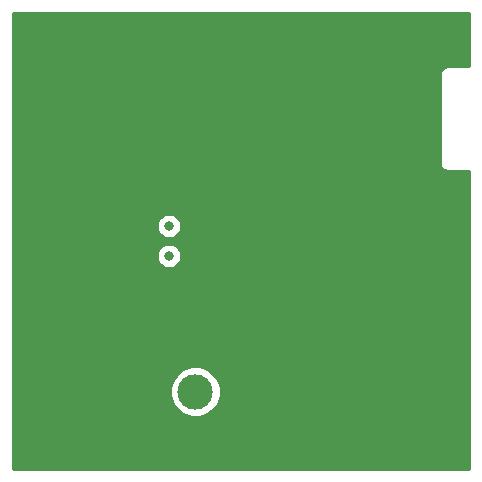
<source format=gbr>
G04 #@! TF.GenerationSoftware,KiCad,Pcbnew,(5.1.4)-1*
G04 #@! TF.CreationDate,2019-10-10T18:56:39+02:00*
G04 #@! TF.ProjectId,SideLeft,53696465-4c65-4667-942e-6b696361645f,rev?*
G04 #@! TF.SameCoordinates,Original*
G04 #@! TF.FileFunction,Copper,L2,Bot*
G04 #@! TF.FilePolarity,Positive*
%FSLAX46Y46*%
G04 Gerber Fmt 4.6, Leading zero omitted, Abs format (unit mm)*
G04 Created by KiCad (PCBNEW (5.1.4)-1) date 2019-10-10 18:56:39*
%MOMM*%
%LPD*%
G04 APERTURE LIST*
%ADD10C,3.000000*%
%ADD11C,0.800000*%
%ADD12C,0.300000*%
%ADD13C,0.254000*%
G04 APERTURE END LIST*
D10*
X191120000Y-107770000D03*
D11*
X188890000Y-93740000D03*
X188890000Y-96260000D03*
X177450000Y-76200000D03*
X177450000Y-113800000D03*
X211300000Y-76200000D03*
X213800000Y-78700000D03*
X211300000Y-113800000D03*
X213800000Y-111300000D03*
D12*
X213800000Y-78700000D02*
X211370000Y-78700000D01*
X211300000Y-113800000D02*
X211300000Y-111430000D01*
D13*
G36*
X214315001Y-80215000D02*
G01*
X212533647Y-80215000D01*
X212500000Y-80211686D01*
X212466353Y-80215000D01*
X212365717Y-80224912D01*
X212236594Y-80264081D01*
X212117593Y-80327688D01*
X212013289Y-80413289D01*
X211927688Y-80517593D01*
X211864081Y-80636594D01*
X211824912Y-80765717D01*
X211811686Y-80900000D01*
X211815000Y-80933647D01*
X211815001Y-88366343D01*
X211811686Y-88400000D01*
X211824912Y-88534283D01*
X211864081Y-88663406D01*
X211927688Y-88782407D01*
X212013289Y-88886711D01*
X212117593Y-88972312D01*
X212236594Y-89035919D01*
X212365717Y-89075088D01*
X212466353Y-89085000D01*
X212500000Y-89088314D01*
X212533647Y-89085000D01*
X214315000Y-89085000D01*
X214315001Y-114315000D01*
X175685000Y-114315000D01*
X175685000Y-107559721D01*
X188985000Y-107559721D01*
X188985000Y-107980279D01*
X189067047Y-108392756D01*
X189227988Y-108781302D01*
X189461637Y-109130983D01*
X189759017Y-109428363D01*
X190108698Y-109662012D01*
X190497244Y-109822953D01*
X190909721Y-109905000D01*
X191330279Y-109905000D01*
X191742756Y-109822953D01*
X192131302Y-109662012D01*
X192480983Y-109428363D01*
X192778363Y-109130983D01*
X193012012Y-108781302D01*
X193172953Y-108392756D01*
X193255000Y-107980279D01*
X193255000Y-107559721D01*
X193172953Y-107147244D01*
X193012012Y-106758698D01*
X192778363Y-106409017D01*
X192480983Y-106111637D01*
X192131302Y-105877988D01*
X191742756Y-105717047D01*
X191330279Y-105635000D01*
X190909721Y-105635000D01*
X190497244Y-105717047D01*
X190108698Y-105877988D01*
X189759017Y-106111637D01*
X189461637Y-106409017D01*
X189227988Y-106758698D01*
X189067047Y-107147244D01*
X188985000Y-107559721D01*
X175685000Y-107559721D01*
X175685000Y-96158061D01*
X187855000Y-96158061D01*
X187855000Y-96361939D01*
X187894774Y-96561898D01*
X187972795Y-96750256D01*
X188086063Y-96919774D01*
X188230226Y-97063937D01*
X188399744Y-97177205D01*
X188588102Y-97255226D01*
X188788061Y-97295000D01*
X188991939Y-97295000D01*
X189191898Y-97255226D01*
X189380256Y-97177205D01*
X189549774Y-97063937D01*
X189693937Y-96919774D01*
X189807205Y-96750256D01*
X189885226Y-96561898D01*
X189925000Y-96361939D01*
X189925000Y-96158061D01*
X189885226Y-95958102D01*
X189807205Y-95769744D01*
X189693937Y-95600226D01*
X189549774Y-95456063D01*
X189380256Y-95342795D01*
X189191898Y-95264774D01*
X188991939Y-95225000D01*
X188788061Y-95225000D01*
X188588102Y-95264774D01*
X188399744Y-95342795D01*
X188230226Y-95456063D01*
X188086063Y-95600226D01*
X187972795Y-95769744D01*
X187894774Y-95958102D01*
X187855000Y-96158061D01*
X175685000Y-96158061D01*
X175685000Y-93638061D01*
X187855000Y-93638061D01*
X187855000Y-93841939D01*
X187894774Y-94041898D01*
X187972795Y-94230256D01*
X188086063Y-94399774D01*
X188230226Y-94543937D01*
X188399744Y-94657205D01*
X188588102Y-94735226D01*
X188788061Y-94775000D01*
X188991939Y-94775000D01*
X189191898Y-94735226D01*
X189380256Y-94657205D01*
X189549774Y-94543937D01*
X189693937Y-94399774D01*
X189807205Y-94230256D01*
X189885226Y-94041898D01*
X189925000Y-93841939D01*
X189925000Y-93638061D01*
X189885226Y-93438102D01*
X189807205Y-93249744D01*
X189693937Y-93080226D01*
X189549774Y-92936063D01*
X189380256Y-92822795D01*
X189191898Y-92744774D01*
X188991939Y-92705000D01*
X188788061Y-92705000D01*
X188588102Y-92744774D01*
X188399744Y-92822795D01*
X188230226Y-92936063D01*
X188086063Y-93080226D01*
X187972795Y-93249744D01*
X187894774Y-93438102D01*
X187855000Y-93638061D01*
X175685000Y-93638061D01*
X175685000Y-75685000D01*
X214315000Y-75685000D01*
X214315001Y-80215000D01*
X214315001Y-80215000D01*
G37*
X214315001Y-80215000D02*
X212533647Y-80215000D01*
X212500000Y-80211686D01*
X212466353Y-80215000D01*
X212365717Y-80224912D01*
X212236594Y-80264081D01*
X212117593Y-80327688D01*
X212013289Y-80413289D01*
X211927688Y-80517593D01*
X211864081Y-80636594D01*
X211824912Y-80765717D01*
X211811686Y-80900000D01*
X211815000Y-80933647D01*
X211815001Y-88366343D01*
X211811686Y-88400000D01*
X211824912Y-88534283D01*
X211864081Y-88663406D01*
X211927688Y-88782407D01*
X212013289Y-88886711D01*
X212117593Y-88972312D01*
X212236594Y-89035919D01*
X212365717Y-89075088D01*
X212466353Y-89085000D01*
X212500000Y-89088314D01*
X212533647Y-89085000D01*
X214315000Y-89085000D01*
X214315001Y-114315000D01*
X175685000Y-114315000D01*
X175685000Y-107559721D01*
X188985000Y-107559721D01*
X188985000Y-107980279D01*
X189067047Y-108392756D01*
X189227988Y-108781302D01*
X189461637Y-109130983D01*
X189759017Y-109428363D01*
X190108698Y-109662012D01*
X190497244Y-109822953D01*
X190909721Y-109905000D01*
X191330279Y-109905000D01*
X191742756Y-109822953D01*
X192131302Y-109662012D01*
X192480983Y-109428363D01*
X192778363Y-109130983D01*
X193012012Y-108781302D01*
X193172953Y-108392756D01*
X193255000Y-107980279D01*
X193255000Y-107559721D01*
X193172953Y-107147244D01*
X193012012Y-106758698D01*
X192778363Y-106409017D01*
X192480983Y-106111637D01*
X192131302Y-105877988D01*
X191742756Y-105717047D01*
X191330279Y-105635000D01*
X190909721Y-105635000D01*
X190497244Y-105717047D01*
X190108698Y-105877988D01*
X189759017Y-106111637D01*
X189461637Y-106409017D01*
X189227988Y-106758698D01*
X189067047Y-107147244D01*
X188985000Y-107559721D01*
X175685000Y-107559721D01*
X175685000Y-96158061D01*
X187855000Y-96158061D01*
X187855000Y-96361939D01*
X187894774Y-96561898D01*
X187972795Y-96750256D01*
X188086063Y-96919774D01*
X188230226Y-97063937D01*
X188399744Y-97177205D01*
X188588102Y-97255226D01*
X188788061Y-97295000D01*
X188991939Y-97295000D01*
X189191898Y-97255226D01*
X189380256Y-97177205D01*
X189549774Y-97063937D01*
X189693937Y-96919774D01*
X189807205Y-96750256D01*
X189885226Y-96561898D01*
X189925000Y-96361939D01*
X189925000Y-96158061D01*
X189885226Y-95958102D01*
X189807205Y-95769744D01*
X189693937Y-95600226D01*
X189549774Y-95456063D01*
X189380256Y-95342795D01*
X189191898Y-95264774D01*
X188991939Y-95225000D01*
X188788061Y-95225000D01*
X188588102Y-95264774D01*
X188399744Y-95342795D01*
X188230226Y-95456063D01*
X188086063Y-95600226D01*
X187972795Y-95769744D01*
X187894774Y-95958102D01*
X187855000Y-96158061D01*
X175685000Y-96158061D01*
X175685000Y-93638061D01*
X187855000Y-93638061D01*
X187855000Y-93841939D01*
X187894774Y-94041898D01*
X187972795Y-94230256D01*
X188086063Y-94399774D01*
X188230226Y-94543937D01*
X188399744Y-94657205D01*
X188588102Y-94735226D01*
X188788061Y-94775000D01*
X188991939Y-94775000D01*
X189191898Y-94735226D01*
X189380256Y-94657205D01*
X189549774Y-94543937D01*
X189693937Y-94399774D01*
X189807205Y-94230256D01*
X189885226Y-94041898D01*
X189925000Y-93841939D01*
X189925000Y-93638061D01*
X189885226Y-93438102D01*
X189807205Y-93249744D01*
X189693937Y-93080226D01*
X189549774Y-92936063D01*
X189380256Y-92822795D01*
X189191898Y-92744774D01*
X188991939Y-92705000D01*
X188788061Y-92705000D01*
X188588102Y-92744774D01*
X188399744Y-92822795D01*
X188230226Y-92936063D01*
X188086063Y-93080226D01*
X187972795Y-93249744D01*
X187894774Y-93438102D01*
X187855000Y-93638061D01*
X175685000Y-93638061D01*
X175685000Y-75685000D01*
X214315000Y-75685000D01*
X214315001Y-80215000D01*
M02*

</source>
